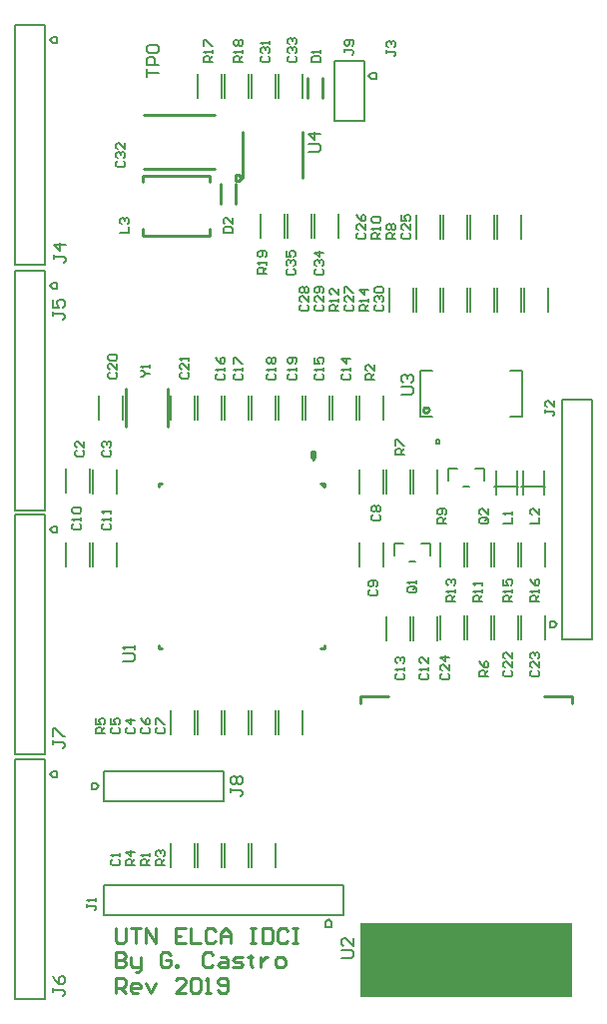
<source format=gto>
G04*
G04 #@! TF.GenerationSoftware,Altium Limited,Altium Designer,19.0.14 (431)*
G04*
G04 Layer_Color=65535*
%FSLAX25Y25*%
%MOIN*%
G70*
G01*
G75*
%ADD10C,0.01000*%
%ADD11C,0.00500*%
%ADD12C,0.00598*%
%ADD13C,0.00787*%
%ADD14C,0.00600*%
%ADD15R,0.70866X0.24803*%
D10*
X145250Y201830D02*
G03*
X145250Y201830I-1000J0D01*
G01*
X110059Y122441D02*
Y123500D01*
X108941Y122441D02*
X110059D01*
X54941D02*
Y123500D01*
Y176441D02*
Y177559D01*
X108941D02*
X110059D01*
X54941D02*
X56000D01*
X54941Y122441D02*
X56000D01*
X110059Y176441D02*
Y177559D01*
X108941D02*
X110059Y176441D01*
X107000Y186500D02*
Y188000D01*
X106500Y185500D02*
X107000Y186500D01*
X106000D02*
X106500Y185500D01*
X106000Y186500D02*
Y188000D01*
X107000D01*
X43850Y196512D02*
Y209110D01*
X57850Y196512D02*
Y209110D01*
X83000Y283161D02*
Y290839D01*
X103000Y279323D02*
Y294677D01*
X83000Y279323D02*
Y283161D01*
Y290839D02*
Y294677D01*
X80500Y280323D02*
X81500D01*
X82500Y279323D01*
X81500Y278323D02*
X82500Y279323D01*
X80500Y278323D02*
X81500D01*
X80500D02*
Y280323D01*
X75480Y270902D02*
Y277437D01*
X80520Y270902D02*
Y277437D01*
X104480Y306232D02*
Y312768D01*
X109520Y306232D02*
Y312768D01*
X49512Y260000D02*
X71953D01*
X49512Y280236D02*
X71953D01*
Y260000D02*
Y262500D01*
X49512Y260000D02*
Y262500D01*
X71953Y278000D02*
Y280236D01*
X49512Y278000D02*
Y280236D01*
X50020Y282500D02*
X73642D01*
X50020Y300500D02*
X73642D01*
X192933Y104032D02*
Y106437D01*
X122067D02*
X122067Y104032D01*
X122067Y106437D02*
X131465D01*
X183465D02*
X192933D01*
X40500Y7500D02*
Y12498D01*
X42999D01*
X43832Y11665D01*
Y9999D01*
X42999Y9166D01*
X40500D01*
X42166D02*
X43832Y7500D01*
X47998D02*
X46331D01*
X45498Y8333D01*
Y9999D01*
X46331Y10832D01*
X47998D01*
X48831Y9999D01*
Y9166D01*
X45498D01*
X50497Y10832D02*
X52163Y7500D01*
X53829Y10832D01*
X63826Y7500D02*
X60493D01*
X63826Y10832D01*
Y11665D01*
X62993Y12498D01*
X61327D01*
X60493Y11665D01*
X65492D02*
X66325Y12498D01*
X67991D01*
X68824Y11665D01*
Y8333D01*
X67991Y7500D01*
X66325D01*
X65492Y8333D01*
Y11665D01*
X70490Y7500D02*
X72156D01*
X71323D01*
Y12498D01*
X70490Y11665D01*
X74656Y8333D02*
X75489Y7500D01*
X77155D01*
X77988Y8333D01*
Y11665D01*
X77155Y12498D01*
X75489D01*
X74656Y11665D01*
Y10832D01*
X75489Y9999D01*
X77988D01*
X40500Y28998D02*
Y24833D01*
X41333Y24000D01*
X42999D01*
X43832Y24833D01*
Y28998D01*
X45498D02*
X48831D01*
X47164D01*
Y24000D01*
X50497D02*
Y28998D01*
X53829Y24000D01*
Y28998D01*
X63826D02*
X60493D01*
Y24000D01*
X63826D01*
X60493Y26499D02*
X62160D01*
X65492Y28998D02*
Y24000D01*
X68824D01*
X73822Y28165D02*
X72989Y28998D01*
X71323D01*
X70490Y28165D01*
Y24833D01*
X71323Y24000D01*
X72989D01*
X73822Y24833D01*
X75489Y24000D02*
Y27332D01*
X77155Y28998D01*
X78821Y27332D01*
Y24000D01*
Y26499D01*
X75489D01*
X85485Y28998D02*
X87151D01*
X86318D01*
Y24000D01*
X85485D01*
X87151D01*
X89651Y28998D02*
Y24000D01*
X92150D01*
X92983Y24833D01*
Y28165D01*
X92150Y28998D01*
X89651D01*
X97981Y28165D02*
X97148Y28998D01*
X95482D01*
X94649Y28165D01*
Y24833D01*
X95482Y24000D01*
X97148D01*
X97981Y24833D01*
X99647Y28998D02*
X101314D01*
X100481D01*
Y24000D01*
X99647D01*
X101314D01*
X40500Y20998D02*
Y16000D01*
X42999D01*
X43832Y16833D01*
Y17666D01*
X42999Y18499D01*
X40500D01*
X42999D01*
X43832Y19332D01*
Y20165D01*
X42999Y20998D01*
X40500D01*
X45498Y19332D02*
Y16833D01*
X46331Y16000D01*
X48831D01*
Y15167D01*
X47998Y14334D01*
X47164D01*
X48831Y16000D02*
Y19332D01*
X58827Y20165D02*
X57994Y20998D01*
X56328D01*
X55495Y20165D01*
Y16833D01*
X56328Y16000D01*
X57994D01*
X58827Y16833D01*
Y18499D01*
X57161D01*
X60493Y16000D02*
Y16833D01*
X61327D01*
Y16000D01*
X60493D01*
X72989Y20165D02*
X72156Y20998D01*
X70490D01*
X69657Y20165D01*
Y16833D01*
X70490Y16000D01*
X72156D01*
X72989Y16833D01*
X75489Y19332D02*
X77155D01*
X77988Y18499D01*
Y16000D01*
X75489D01*
X74656Y16833D01*
X75489Y17666D01*
X77988D01*
X79654Y16000D02*
X82153D01*
X82986Y16833D01*
X82153Y17666D01*
X80487D01*
X79654Y18499D01*
X80487Y19332D01*
X82986D01*
X85485Y20165D02*
Y19332D01*
X84652D01*
X86318D01*
X85485D01*
Y16833D01*
X86318Y16000D01*
X88818Y19332D02*
Y16000D01*
Y17666D01*
X89651Y18499D01*
X90484Y19332D01*
X91317D01*
X94649Y16000D02*
X96315D01*
X97148Y16833D01*
Y18499D01*
X96315Y19332D01*
X94649D01*
X93816Y18499D01*
Y16833D01*
X94649Y16000D01*
D11*
X149000Y125260D02*
Y133260D01*
X157000Y125260D02*
Y133260D01*
X176000Y125260D02*
Y133260D01*
X184000Y125260D02*
Y133260D01*
X167000Y125260D02*
Y133260D01*
X175000Y125260D02*
Y133260D01*
X67000Y198721D02*
Y206720D01*
X59000Y198721D02*
Y206720D01*
X35000Y198721D02*
Y206720D01*
X43000Y198721D02*
Y206720D01*
X95000Y198721D02*
Y206720D01*
X103000Y198721D02*
Y206720D01*
X86000Y198721D02*
Y206720D01*
X94000Y198721D02*
Y206720D01*
X77000Y198721D02*
Y206720D01*
X85000Y198721D02*
Y206720D01*
X68000Y198721D02*
Y206720D01*
X76000Y198721D02*
Y206720D01*
X104000Y198721D02*
Y206720D01*
X112000Y198721D02*
Y206720D01*
X113000Y198721D02*
Y206720D01*
X121000Y198721D02*
Y206720D01*
X131000Y125240D02*
Y133240D01*
X139000Y125240D02*
Y133240D01*
X140000Y125240D02*
Y133240D01*
X148000Y125240D02*
Y133240D01*
X33000Y149721D02*
Y157720D01*
X41000Y149721D02*
Y157720D01*
X24000Y149721D02*
Y157720D01*
X32000Y149721D02*
Y157720D01*
X130000Y149760D02*
Y157760D01*
X122000Y149760D02*
Y157760D01*
Y174240D02*
Y182240D01*
X130000Y174240D02*
Y182240D01*
X102969Y93740D02*
Y101740D01*
X94968Y93740D02*
Y101740D01*
X93968Y93740D02*
Y101740D01*
X85969Y93740D02*
Y101740D01*
X75968Y93740D02*
Y101740D01*
X67968Y93740D02*
Y101740D01*
X84969Y93740D02*
Y101740D01*
X76968Y93740D02*
Y101740D01*
X41000Y174240D02*
Y182240D01*
X33000Y174240D02*
Y182240D01*
X32000Y174260D02*
Y182260D01*
X24000Y174260D02*
Y182260D01*
X59000Y49260D02*
Y57260D01*
X67000Y49260D02*
Y57260D01*
X185000Y234740D02*
Y242740D01*
X177000Y234740D02*
Y242740D01*
X149000Y234740D02*
Y242740D01*
X141000Y234740D02*
Y242740D01*
X140000Y234740D02*
Y242740D01*
X132000Y234740D02*
Y242740D01*
X167000Y234740D02*
Y242740D01*
X159000Y234740D02*
Y242740D01*
X141000Y259240D02*
Y267240D01*
X149000Y259240D02*
Y267240D01*
X168000Y259240D02*
Y267240D01*
X176000Y259240D02*
Y267240D01*
X106000Y259260D02*
Y267260D01*
X98000Y259260D02*
Y267260D01*
X107000Y259260D02*
Y267260D01*
X115000Y259260D02*
Y267260D01*
X95000Y306240D02*
Y314240D01*
X103000Y306240D02*
Y314240D01*
X86000Y306240D02*
Y314240D01*
X94000Y306240D02*
Y314240D01*
X183500Y173902D02*
Y181902D01*
X176500Y173902D02*
Y181902D01*
X174500Y173902D02*
Y181902D01*
X167500Y173902D02*
Y181902D01*
D12*
X158000Y125260D02*
Y133260D01*
X166000Y125260D02*
Y133260D01*
X66969Y93740D02*
Y101740D01*
X58969Y93740D02*
Y101740D01*
X76000Y49260D02*
Y57260D01*
X68000Y49260D02*
Y57260D01*
X94000Y49260D02*
Y57260D01*
X86000Y49260D02*
Y57260D01*
X122000Y198740D02*
Y206740D01*
X130000Y198740D02*
Y206740D01*
X85000Y49260D02*
Y57260D01*
X77000Y49260D02*
Y57260D01*
X176000Y149740D02*
Y157740D01*
X184000Y149740D02*
Y157740D01*
X167000Y149740D02*
Y157740D01*
X175000Y149740D02*
Y157740D01*
X168000Y234740D02*
Y242740D01*
X176000Y234740D02*
Y242740D01*
X149000Y149740D02*
Y157740D01*
X157000Y149740D02*
Y157740D01*
X158000Y234740D02*
Y242740D01*
X150000Y234740D02*
Y242740D01*
X166000Y149740D02*
Y157740D01*
X158000Y149740D02*
Y157740D01*
Y259240D02*
Y267240D01*
X150000Y259240D02*
Y267240D01*
X148000Y174240D02*
Y182240D01*
X140000Y174240D02*
Y182240D01*
X167000Y259240D02*
Y267240D01*
X159000Y259240D02*
Y267240D01*
X139000Y174240D02*
Y182240D01*
X131000Y174240D02*
Y182240D01*
X97000Y259260D02*
Y267260D01*
X89000Y259260D02*
Y267260D01*
X77000Y306240D02*
Y314240D01*
X85000Y306240D02*
Y314240D01*
X76000Y306240D02*
Y314240D01*
X68000Y306240D02*
Y314240D01*
D13*
X163406Y178480D02*
Y182480D01*
X156500Y176480D02*
X158500D01*
X151594Y178480D02*
Y182480D01*
X160453D02*
X163406D01*
X151594D02*
X154547D01*
X145406Y153480D02*
Y157480D01*
X138500Y151480D02*
X140500D01*
X133594Y153480D02*
Y157480D01*
X142453D02*
X145406D01*
X133594D02*
X136547D01*
D14*
X148600Y190830D02*
Y191830D01*
X147600D02*
X148100Y192330D01*
X148600Y191830D01*
Y190830D02*
Y191830D01*
X147600Y190830D02*
X148600D01*
X172300Y214980D02*
X176300D01*
Y199630D02*
Y214980D01*
X172250Y199630D02*
X176300D01*
X142200Y215030D02*
X146250D01*
X142200Y199630D02*
Y215030D01*
Y199630D02*
X146250D01*
X147600Y190830D02*
Y191830D01*
X182500Y176402D02*
X184000D01*
X176000D02*
X184000D01*
X173500D02*
X175000D01*
X167000D02*
X175000D01*
X123500Y298500D02*
Y318500D01*
X113500Y298500D02*
X123500D01*
X113500D02*
Y318500D01*
X123500D01*
X126000Y312500D02*
X127500D01*
X125000Y313500D02*
X126000Y312500D01*
X125000Y313500D02*
X126000Y314500D01*
X127500D01*
Y312500D02*
Y314500D01*
X36500Y81500D02*
X76500D01*
Y71500D02*
Y81500D01*
X36500Y71500D02*
X76500D01*
X36500D02*
Y81500D01*
X32500Y77500D02*
X34000D01*
X35000Y76500D01*
X34000Y75500D02*
X35000Y76500D01*
X32500Y75500D02*
X34000D01*
X32500D02*
Y77500D01*
X17000Y250500D02*
Y330500D01*
X7000Y250500D02*
X17000D01*
X7000D02*
Y330500D01*
X17000D01*
X19500Y324500D02*
X21000D01*
X18500Y325500D02*
X19500Y324500D01*
X18500Y325500D02*
X19500Y326500D01*
X21000D01*
Y324500D02*
Y326500D01*
X17000Y87000D02*
Y167000D01*
X7000Y87000D02*
X17000D01*
X7000D02*
Y167000D01*
X17000D01*
X19500Y161000D02*
X21000D01*
X18500Y162000D02*
X19500Y161000D01*
X18500Y162000D02*
X19500Y163000D01*
X21000D01*
Y161000D02*
Y163000D01*
X17000Y5531D02*
Y85532D01*
X7000Y5531D02*
X17000D01*
X7000D02*
Y85532D01*
X17000D01*
X19500Y79532D02*
X21000D01*
X18500Y80532D02*
X19500Y79532D01*
X18500Y80532D02*
X19500Y81532D01*
X21000D01*
Y79532D02*
Y81532D01*
X17000Y168500D02*
Y248500D01*
X7000Y168500D02*
X17000D01*
X7000D02*
Y248500D01*
X17000D01*
X19500Y242500D02*
X21000D01*
X18500Y243500D02*
X19500Y242500D01*
X18500Y243500D02*
X19500Y244500D01*
X21000D01*
Y242500D02*
Y244500D01*
X185500Y129500D02*
Y131500D01*
Y129500D02*
X187000D01*
X188000Y130500D01*
X187000Y131500D02*
X188000Y130500D01*
X185500Y131500D02*
X187000D01*
X189500Y125500D02*
X199500D01*
Y205500D01*
X189500D02*
X199500D01*
X189500Y125500D02*
Y205500D01*
X36500Y33500D02*
X116500D01*
X36500D02*
Y43500D01*
X116500D01*
Y33500D02*
Y43500D01*
X110500Y29500D02*
Y31000D01*
X111500Y32000D01*
X112500Y31000D01*
Y29500D02*
Y31000D01*
X110500Y29500D02*
X112500D01*
X51001Y313000D02*
Y315666D01*
Y314333D01*
X55000D01*
Y316999D02*
X51001D01*
Y318998D01*
X51668Y319665D01*
X53001D01*
X53667Y318998D01*
Y316999D01*
X51668Y320997D02*
X51001Y321664D01*
Y322997D01*
X51668Y323663D01*
X54334D01*
X55000Y322997D01*
Y321664D01*
X54334Y320997D01*
X51668D01*
X19501Y234666D02*
Y233333D01*
Y233999D01*
X22833D01*
X23500Y233333D01*
Y232666D01*
X22833Y232000D01*
X19501Y238665D02*
Y235999D01*
X21501D01*
X20834Y237332D01*
Y237998D01*
X21501Y238665D01*
X22833D01*
X23500Y237998D01*
Y236665D01*
X22833Y235999D01*
X20001Y253646D02*
Y252313D01*
Y252980D01*
X23334D01*
X24000Y252313D01*
Y251647D01*
X23334Y250980D01*
X24000Y256978D02*
X20001D01*
X22001Y254979D01*
Y257645D01*
X79001Y75666D02*
Y74333D01*
Y74999D01*
X82334D01*
X83000Y74333D01*
Y73666D01*
X82334Y73000D01*
X79668Y76999D02*
X79001Y77665D01*
Y78998D01*
X79668Y79664D01*
X80334D01*
X81001Y78998D01*
X81667Y79664D01*
X82334D01*
X83000Y78998D01*
Y77665D01*
X82334Y76999D01*
X81667D01*
X81001Y77665D01*
X80334Y76999D01*
X79668D01*
X81001Y77665D02*
Y78998D01*
X19501Y91666D02*
Y90333D01*
Y90999D01*
X22833D01*
X23500Y90333D01*
Y89666D01*
X22833Y89000D01*
X19501Y92999D02*
Y95665D01*
X20168D01*
X22833Y92999D01*
X23500D01*
X19501Y9197D02*
Y7864D01*
Y8531D01*
X22833D01*
X23500Y7864D01*
Y7198D01*
X22833Y6532D01*
X19501Y13196D02*
X20168Y11863D01*
X21501Y10530D01*
X22833D01*
X23500Y11197D01*
Y12530D01*
X22833Y13196D01*
X22167D01*
X21501Y12530D01*
Y10530D01*
X43001Y118000D02*
X46334D01*
X47000Y118667D01*
Y119999D01*
X46334Y120666D01*
X43001D01*
X47000Y121999D02*
Y123332D01*
Y122665D01*
X43001D01*
X43668Y121999D01*
X41142Y284999D02*
X40643Y284500D01*
Y283500D01*
X41142Y283000D01*
X43142D01*
X43642Y283500D01*
Y284500D01*
X43142Y284999D01*
X41142Y285999D02*
X40643Y286499D01*
Y287498D01*
X41142Y287998D01*
X41642D01*
X42142Y287498D01*
Y286999D01*
Y287498D01*
X42642Y287998D01*
X43142D01*
X43642Y287498D01*
Y286499D01*
X43142Y285999D01*
X43642Y290997D02*
Y288998D01*
X41642Y290997D01*
X41142D01*
X40643Y290498D01*
Y289498D01*
X41142Y288998D01*
X184001Y201999D02*
Y201000D01*
Y201500D01*
X186500D01*
X187000Y201000D01*
Y200500D01*
X186500Y200000D01*
X187000Y204998D02*
Y202999D01*
X185001Y204998D01*
X184501D01*
X184001Y204499D01*
Y203499D01*
X184501Y202999D01*
X116001Y19000D02*
X119334D01*
X120000Y19667D01*
Y20999D01*
X119334Y21666D01*
X116001D01*
X120000Y25664D02*
Y22999D01*
X117334Y25664D01*
X116668D01*
X116001Y24998D01*
Y23665D01*
X116668Y22999D01*
X49001Y213000D02*
X49501D01*
X50501Y214000D01*
X49501Y214999D01*
X49001D01*
X50501Y214000D02*
X52000D01*
Y215999D02*
Y216999D01*
Y216499D01*
X49001D01*
X49501Y215999D01*
X165000Y113000D02*
X162001D01*
Y114499D01*
X162501Y114999D01*
X163500D01*
X164000Y114499D01*
Y113000D01*
Y114000D02*
X165000Y114999D01*
X162001Y117998D02*
X162501Y116999D01*
X163500Y115999D01*
X164500D01*
X165000Y116499D01*
Y117499D01*
X164500Y117998D01*
X164000D01*
X163500Y117499D01*
Y115999D01*
X149501Y113999D02*
X149001Y113499D01*
Y112500D01*
X149501Y112000D01*
X151500D01*
X152000Y112500D01*
Y113499D01*
X151500Y113999D01*
X152000Y116998D02*
Y114999D01*
X150001Y116998D01*
X149501D01*
X149001Y116499D01*
Y115499D01*
X149501Y114999D01*
X152000Y119498D02*
X149001D01*
X150501Y117998D01*
Y119997D01*
X179501Y114999D02*
X179001Y114499D01*
Y113500D01*
X179501Y113000D01*
X181500D01*
X182000Y113500D01*
Y114499D01*
X181500Y114999D01*
X182000Y117998D02*
Y115999D01*
X180001Y117998D01*
X179501D01*
X179001Y117499D01*
Y116499D01*
X179501Y115999D01*
Y118998D02*
X179001Y119498D01*
Y120498D01*
X179501Y120997D01*
X180001D01*
X180500Y120498D01*
Y119998D01*
Y120498D01*
X181000Y120997D01*
X181500D01*
X182000Y120498D01*
Y119498D01*
X181500Y118998D01*
X170501Y114999D02*
X170001Y114499D01*
Y113500D01*
X170501Y113000D01*
X172500D01*
X173000Y113500D01*
Y114499D01*
X172500Y114999D01*
X173000Y117998D02*
Y115999D01*
X171001Y117998D01*
X170501D01*
X170001Y117499D01*
Y116499D01*
X170501Y115999D01*
X173000Y120997D02*
Y118998D01*
X171001Y120997D01*
X170501D01*
X170001Y120498D01*
Y119498D01*
X170501Y118998D01*
X62501Y214480D02*
X62001Y213980D01*
Y212980D01*
X62501Y212480D01*
X64500D01*
X65000Y212980D01*
Y213980D01*
X64500Y214480D01*
X65000Y217479D02*
Y215479D01*
X63001Y217479D01*
X62501D01*
X62001Y216979D01*
Y215979D01*
X62501Y215479D01*
X65000Y218478D02*
Y219478D01*
Y218978D01*
X62001D01*
X62501Y218478D01*
X38501Y214480D02*
X38001Y213980D01*
Y212980D01*
X38501Y212480D01*
X40500D01*
X41000Y212980D01*
Y213980D01*
X40500Y214480D01*
X41000Y217479D02*
Y215479D01*
X39001Y217479D01*
X38501D01*
X38001Y216979D01*
Y215979D01*
X38501Y215479D01*
Y218478D02*
X38001Y218978D01*
Y219978D01*
X38501Y220478D01*
X40500D01*
X41000Y219978D01*
Y218978D01*
X40500Y218478D01*
X38501D01*
X37000Y94000D02*
X34001D01*
Y95499D01*
X34501Y95999D01*
X35500D01*
X36000Y95499D01*
Y94000D01*
Y95000D02*
X37000Y95999D01*
X34001Y98998D02*
Y96999D01*
X35500D01*
X35001Y97999D01*
Y98499D01*
X35500Y98998D01*
X36500D01*
X37000Y98499D01*
Y97499D01*
X36500Y96999D01*
X47000Y50000D02*
X44001D01*
Y51499D01*
X44501Y51999D01*
X45500D01*
X46000Y51499D01*
Y50000D01*
Y51000D02*
X47000Y51999D01*
Y54499D02*
X44001D01*
X45500Y52999D01*
Y54998D01*
X57000Y50000D02*
X54001D01*
Y51499D01*
X54501Y51999D01*
X55501D01*
X56000Y51499D01*
Y50000D01*
Y51000D02*
X57000Y51999D01*
X54501Y52999D02*
X54001Y53499D01*
Y54499D01*
X54501Y54998D01*
X55001D01*
X55501Y54499D01*
Y53999D01*
Y54499D01*
X56000Y54998D01*
X56500D01*
X57000Y54499D01*
Y53499D01*
X56500Y52999D01*
X127000Y212000D02*
X124001D01*
Y213499D01*
X124501Y213999D01*
X125501D01*
X126000Y213499D01*
Y212000D01*
Y213000D02*
X127000Y213999D01*
Y216998D02*
Y214999D01*
X125001Y216998D01*
X124501D01*
X124001Y216498D01*
Y215499D01*
X124501Y214999D01*
X52000Y50000D02*
X49001D01*
Y51499D01*
X49501Y51999D01*
X50501D01*
X51000Y51499D01*
Y50000D01*
Y51000D02*
X52000Y51999D01*
Y52999D02*
Y53999D01*
Y53499D01*
X49001D01*
X49501Y52999D01*
X98501Y213980D02*
X98001Y213480D01*
Y212480D01*
X98501Y211980D01*
X100500D01*
X101000Y212480D01*
Y213480D01*
X100500Y213980D01*
X101000Y214979D02*
Y215979D01*
Y215479D01*
X98001D01*
X98501Y214979D01*
X100500Y217478D02*
X101000Y217978D01*
Y218978D01*
X100500Y219478D01*
X98501D01*
X98001Y218978D01*
Y217978D01*
X98501Y217478D01*
X99001D01*
X99501Y217978D01*
Y219478D01*
X91501Y213999D02*
X91001Y213499D01*
Y212500D01*
X91501Y212000D01*
X93500D01*
X94000Y212500D01*
Y213499D01*
X93500Y213999D01*
X94000Y214999D02*
Y215999D01*
Y215499D01*
X91001D01*
X91501Y214999D01*
Y217498D02*
X91001Y217998D01*
Y218998D01*
X91501Y219498D01*
X92001D01*
X92501Y218998D01*
X93000Y219498D01*
X93500D01*
X94000Y218998D01*
Y217998D01*
X93500Y217498D01*
X93000D01*
X92501Y217998D01*
X92001Y217498D01*
X91501D01*
X92501Y217998D02*
Y218998D01*
X80501Y213980D02*
X80001Y213480D01*
Y212480D01*
X80501Y211980D01*
X82500D01*
X83000Y212480D01*
Y213480D01*
X82500Y213980D01*
X83000Y214979D02*
Y215979D01*
Y215479D01*
X80001D01*
X80501Y214979D01*
X80001Y217478D02*
Y219478D01*
X80501D01*
X82500Y217478D01*
X83000D01*
X74501Y213999D02*
X74001Y213499D01*
Y212500D01*
X74501Y212000D01*
X76500D01*
X77000Y212500D01*
Y213499D01*
X76500Y213999D01*
X77000Y214999D02*
Y215999D01*
Y215499D01*
X74001D01*
X74501Y214999D01*
X74001Y219498D02*
X74501Y218498D01*
X75501Y217498D01*
X76500D01*
X77000Y217998D01*
Y218998D01*
X76500Y219498D01*
X76000D01*
X75501Y218998D01*
Y217498D01*
X107501Y213980D02*
X107001Y213480D01*
Y212480D01*
X107501Y211980D01*
X109500D01*
X110000Y212480D01*
Y213480D01*
X109500Y213980D01*
X110000Y214979D02*
Y215979D01*
Y215479D01*
X107001D01*
X107501Y214979D01*
X107001Y219478D02*
Y217478D01*
X108501D01*
X108001Y218478D01*
Y218978D01*
X108501Y219478D01*
X109500D01*
X110000Y218978D01*
Y217978D01*
X109500Y217478D01*
X116501Y213980D02*
X116001Y213480D01*
Y212480D01*
X116501Y211980D01*
X118500D01*
X119000Y212480D01*
Y213480D01*
X118500Y213980D01*
X119000Y214979D02*
Y215979D01*
Y215479D01*
X116001D01*
X116501Y214979D01*
X119000Y218978D02*
X116001D01*
X117500Y217478D01*
Y219478D01*
X134501Y113999D02*
X134001Y113499D01*
Y112500D01*
X134501Y112000D01*
X136500D01*
X137000Y112500D01*
Y113499D01*
X136500Y113999D01*
X137000Y114999D02*
Y115999D01*
Y115499D01*
X134001D01*
X134501Y114999D01*
Y117498D02*
X134001Y117998D01*
Y118998D01*
X134501Y119498D01*
X135001D01*
X135501Y118998D01*
Y118498D01*
Y118998D01*
X136000Y119498D01*
X136500D01*
X137000Y118998D01*
Y117998D01*
X136500Y117498D01*
X142501Y113999D02*
X142001Y113499D01*
Y112500D01*
X142501Y112000D01*
X144500D01*
X145000Y112500D01*
Y113499D01*
X144500Y113999D01*
X145000Y114999D02*
Y115999D01*
Y115499D01*
X142001D01*
X142501Y114999D01*
X145000Y119498D02*
Y117498D01*
X143001Y119498D01*
X142501D01*
X142001Y118998D01*
Y117998D01*
X142501Y117498D01*
X36501Y163999D02*
X36001Y163499D01*
Y162500D01*
X36501Y162000D01*
X38500D01*
X39000Y162500D01*
Y163499D01*
X38500Y163999D01*
X39000Y164999D02*
Y165999D01*
Y165499D01*
X36001D01*
X36501Y164999D01*
X39000Y167498D02*
Y168498D01*
Y167998D01*
X36001D01*
X36501Y167498D01*
X26501Y163999D02*
X26001Y163499D01*
Y162500D01*
X26501Y162000D01*
X28500D01*
X29000Y162500D01*
Y163499D01*
X28500Y163999D01*
X29000Y164999D02*
Y165999D01*
Y165499D01*
X26001D01*
X26501Y164999D01*
Y167498D02*
X26001Y167998D01*
Y168998D01*
X26501Y169498D01*
X28500D01*
X29000Y168998D01*
Y167998D01*
X28500Y167498D01*
X26501D01*
X125501Y141999D02*
X125001Y141499D01*
Y140500D01*
X125501Y140000D01*
X127500D01*
X128000Y140500D01*
Y141499D01*
X127500Y141999D01*
Y142999D02*
X128000Y143499D01*
Y144499D01*
X127500Y144998D01*
X125501D01*
X125001Y144499D01*
Y143499D01*
X125501Y142999D01*
X126001D01*
X126500Y143499D01*
Y144998D01*
X126501Y166999D02*
X126001Y166499D01*
Y165500D01*
X126501Y165000D01*
X128500D01*
X129000Y165500D01*
Y166499D01*
X128500Y166999D01*
X126501Y167999D02*
X126001Y168499D01*
Y169499D01*
X126501Y169998D01*
X127001D01*
X127500Y169499D01*
X128000Y169998D01*
X128500D01*
X129000Y169499D01*
Y168499D01*
X128500Y167999D01*
X128000D01*
X127500Y168499D01*
X127001Y167999D01*
X126501D01*
X127500Y168499D02*
Y169499D01*
X54501Y95999D02*
X54001Y95499D01*
Y94500D01*
X54501Y94000D01*
X56500D01*
X57000Y94500D01*
Y95499D01*
X56500Y95999D01*
X54001Y96999D02*
Y98998D01*
X54501D01*
X56500Y96999D01*
X57000D01*
X49501Y95999D02*
X49001Y95499D01*
Y94500D01*
X49501Y94000D01*
X51500D01*
X52000Y94500D01*
Y95499D01*
X51500Y95999D01*
X49001Y98998D02*
X49501Y97999D01*
X50501Y96999D01*
X51500D01*
X52000Y97499D01*
Y98499D01*
X51500Y98998D01*
X51000D01*
X50501Y98499D01*
Y96999D01*
X39501Y95999D02*
X39001Y95499D01*
Y94500D01*
X39501Y94000D01*
X41500D01*
X42000Y94500D01*
Y95499D01*
X41500Y95999D01*
X39001Y98998D02*
Y96999D01*
X40501D01*
X40001Y97999D01*
Y98499D01*
X40501Y98998D01*
X41500D01*
X42000Y98499D01*
Y97499D01*
X41500Y96999D01*
X44501Y95999D02*
X44001Y95499D01*
Y94500D01*
X44501Y94000D01*
X46500D01*
X47000Y94500D01*
Y95499D01*
X46500Y95999D01*
X47000Y98499D02*
X44001D01*
X45500Y96999D01*
Y98998D01*
X36501Y188480D02*
X36001Y187980D01*
Y186980D01*
X36501Y186480D01*
X38500D01*
X39000Y186980D01*
Y187980D01*
X38500Y188480D01*
X36501Y189479D02*
X36001Y189979D01*
Y190979D01*
X36501Y191479D01*
X37001D01*
X37501Y190979D01*
Y190479D01*
Y190979D01*
X38000Y191479D01*
X38500D01*
X39000Y190979D01*
Y189979D01*
X38500Y189479D01*
X27501Y188499D02*
X27001Y187999D01*
Y187000D01*
X27501Y186500D01*
X29500D01*
X30000Y187000D01*
Y187999D01*
X29500Y188499D01*
X30000Y191498D02*
Y189499D01*
X28001Y191498D01*
X27501D01*
X27001Y190999D01*
Y189999D01*
X27501Y189499D01*
X39501Y51999D02*
X39001Y51499D01*
Y50500D01*
X39501Y50000D01*
X41500D01*
X42000Y50500D01*
Y51499D01*
X41500Y51999D01*
X42000Y52999D02*
Y53999D01*
Y53499D01*
X39001D01*
X39501Y52999D01*
X164500Y165999D02*
X162501D01*
X162001Y165499D01*
Y164500D01*
X162501Y164000D01*
X164500D01*
X165000Y164500D01*
Y165499D01*
X164000Y165000D02*
X165000Y165999D01*
Y165499D02*
X164500Y165999D01*
X165000Y168998D02*
Y166999D01*
X163001Y168998D01*
X162501D01*
X162001Y168499D01*
Y167499D01*
X162501Y166999D01*
X140500Y142999D02*
X138501D01*
X138001Y142499D01*
Y141500D01*
X138501Y141000D01*
X140500D01*
X141000Y141500D01*
Y142499D01*
X140000Y142000D02*
X141000Y142999D01*
Y142499D02*
X140500Y142999D01*
X141000Y143999D02*
Y144999D01*
Y144499D01*
X138001D01*
X138501Y143999D01*
X31001Y36999D02*
Y36000D01*
Y36500D01*
X33500D01*
X34000Y36000D01*
Y35500D01*
X33500Y35000D01*
X34000Y37999D02*
Y38999D01*
Y38499D01*
X31001D01*
X31501Y37999D01*
X136001Y207000D02*
X139333D01*
X140000Y207666D01*
Y208999D01*
X139333Y209666D01*
X136001D01*
X136668Y210999D02*
X136001Y211665D01*
Y212998D01*
X136668Y213665D01*
X137334D01*
X138001Y212998D01*
Y212332D01*
Y212998D01*
X138667Y213665D01*
X139333D01*
X140000Y212998D01*
Y211665D01*
X139333Y210999D01*
X182000Y138000D02*
X179001D01*
Y139499D01*
X179501Y139999D01*
X180500D01*
X181000Y139499D01*
Y138000D01*
Y139000D02*
X182000Y139999D01*
Y140999D02*
Y141999D01*
Y141499D01*
X179001D01*
X179501Y140999D01*
X179001Y145498D02*
X179501Y144498D01*
X180500Y143498D01*
X181500D01*
X182000Y143998D01*
Y144998D01*
X181500Y145498D01*
X181000D01*
X180500Y144998D01*
Y143498D01*
X173000Y138000D02*
X170001D01*
Y139499D01*
X170501Y139999D01*
X171501D01*
X172000Y139499D01*
Y138000D01*
Y139000D02*
X173000Y139999D01*
Y140999D02*
Y141999D01*
Y141499D01*
X170001D01*
X170501Y140999D01*
X170001Y145498D02*
Y143498D01*
X171501D01*
X171001Y144498D01*
Y144998D01*
X171501Y145498D01*
X172500D01*
X173000Y144998D01*
Y143998D01*
X172500Y143498D01*
X125000Y235000D02*
X122001D01*
Y236500D01*
X122501Y236999D01*
X123501D01*
X124000Y236500D01*
Y235000D01*
Y236000D02*
X125000Y236999D01*
Y237999D02*
Y238999D01*
Y238499D01*
X122001D01*
X122501Y237999D01*
X125000Y241998D02*
X122001D01*
X123501Y240498D01*
Y242498D01*
X154000Y138000D02*
X151001D01*
Y139499D01*
X151501Y139999D01*
X152500D01*
X153000Y139499D01*
Y138000D01*
Y139000D02*
X154000Y139999D01*
Y140999D02*
Y141999D01*
Y141499D01*
X151001D01*
X151501Y140999D01*
Y143498D02*
X151001Y143998D01*
Y144998D01*
X151501Y145498D01*
X152001D01*
X152500Y144998D01*
Y144498D01*
Y144998D01*
X153000Y145498D01*
X153500D01*
X154000Y144998D01*
Y143998D01*
X153500Y143498D01*
X115000Y235000D02*
X112001D01*
Y236500D01*
X112501Y236999D01*
X113500D01*
X114000Y236500D01*
Y235000D01*
Y236000D02*
X115000Y236999D01*
Y237999D02*
Y238999D01*
Y238499D01*
X112001D01*
X112501Y237999D01*
X115000Y242498D02*
Y240498D01*
X113001Y242498D01*
X112501D01*
X112001Y241998D01*
Y240998D01*
X112501Y240498D01*
X163000Y138000D02*
X160001D01*
Y139499D01*
X160501Y139999D01*
X161501D01*
X162000Y139499D01*
Y138000D01*
Y139000D02*
X163000Y139999D01*
Y140999D02*
Y141999D01*
Y141499D01*
X160001D01*
X160501Y140999D01*
X163000Y143498D02*
Y144498D01*
Y143998D01*
X160001D01*
X160501Y143498D01*
X129000Y259000D02*
X126001D01*
Y260500D01*
X126501Y260999D01*
X127500D01*
X128000Y260500D01*
Y259000D01*
Y260000D02*
X129000Y260999D01*
Y261999D02*
Y262999D01*
Y262499D01*
X126001D01*
X126501Y261999D01*
Y264498D02*
X126001Y264998D01*
Y265998D01*
X126501Y266498D01*
X128500D01*
X129000Y265998D01*
Y264998D01*
X128500Y264498D01*
X126501D01*
X151000Y164000D02*
X148001D01*
Y165499D01*
X148501Y165999D01*
X149501D01*
X150000Y165499D01*
Y164000D01*
Y165000D02*
X151000Y165999D01*
X150500Y166999D02*
X151000Y167499D01*
Y168499D01*
X150500Y168998D01*
X148501D01*
X148001Y168499D01*
Y167499D01*
X148501Y166999D01*
X149001D01*
X149501Y167499D01*
Y168998D01*
X134000Y259000D02*
X131001D01*
Y260500D01*
X131501Y260999D01*
X132501D01*
X133000Y260500D01*
Y259000D01*
Y260000D02*
X134000Y260999D01*
X131501Y261999D02*
X131001Y262499D01*
Y263498D01*
X131501Y263998D01*
X132001D01*
X132501Y263498D01*
X133000Y263998D01*
X133500D01*
X134000Y263498D01*
Y262499D01*
X133500Y261999D01*
X133000D01*
X132501Y262499D01*
X132001Y261999D01*
X131501D01*
X132501Y262499D02*
Y263498D01*
X137000Y187000D02*
X134001D01*
Y188499D01*
X134501Y188999D01*
X135501D01*
X136000Y188499D01*
Y187000D01*
Y188000D02*
X137000Y188999D01*
X134001Y189999D02*
Y191998D01*
X134501D01*
X136500Y189999D01*
X137000D01*
X179001Y164000D02*
X182000D01*
Y165999D01*
Y168998D02*
Y166999D01*
X180001Y168998D01*
X179501D01*
X179001Y168499D01*
Y167499D01*
X179501Y166999D01*
X170001Y164000D02*
X173000D01*
Y165999D01*
Y166999D02*
Y167999D01*
Y167499D01*
X170001D01*
X170501Y166999D01*
X131001Y321999D02*
Y321000D01*
Y321499D01*
X133500D01*
X134000Y321000D01*
Y320500D01*
X133500Y320000D01*
X131501Y322999D02*
X131001Y323499D01*
Y324499D01*
X131501Y324998D01*
X132001D01*
X132501Y324499D01*
Y323999D01*
Y324499D01*
X133000Y324998D01*
X133500D01*
X134000Y324499D01*
Y323499D01*
X133500Y322999D01*
X127501Y236999D02*
X127001Y236500D01*
Y235500D01*
X127501Y235000D01*
X129500D01*
X130000Y235500D01*
Y236500D01*
X129500Y236999D01*
X127501Y237999D02*
X127001Y238499D01*
Y239498D01*
X127501Y239998D01*
X128001D01*
X128500Y239498D01*
Y238999D01*
Y239498D01*
X129000Y239998D01*
X129500D01*
X130000Y239498D01*
Y238499D01*
X129500Y237999D01*
X127501Y240998D02*
X127001Y241498D01*
Y242498D01*
X127501Y242997D01*
X129500D01*
X130000Y242498D01*
Y241498D01*
X129500Y240998D01*
X127501D01*
X107501Y236999D02*
X107001Y236500D01*
Y235500D01*
X107501Y235000D01*
X109500D01*
X110000Y235500D01*
Y236500D01*
X109500Y236999D01*
X110000Y239998D02*
Y237999D01*
X108001Y239998D01*
X107501D01*
X107001Y239498D01*
Y238499D01*
X107501Y237999D01*
X109500Y240998D02*
X110000Y241498D01*
Y242498D01*
X109500Y242997D01*
X107501D01*
X107001Y242498D01*
Y241498D01*
X107501Y240998D01*
X108001D01*
X108501Y241498D01*
Y242997D01*
X102501Y236999D02*
X102001Y236500D01*
Y235500D01*
X102501Y235000D01*
X104500D01*
X105000Y235500D01*
Y236500D01*
X104500Y236999D01*
X105000Y239998D02*
Y237999D01*
X103001Y239998D01*
X102501D01*
X102001Y239498D01*
Y238499D01*
X102501Y237999D01*
Y240998D02*
X102001Y241498D01*
Y242498D01*
X102501Y242997D01*
X103001D01*
X103500Y242498D01*
X104000Y242997D01*
X104500D01*
X105000Y242498D01*
Y241498D01*
X104500Y240998D01*
X104000D01*
X103500Y241498D01*
X103001Y240998D01*
X102501D01*
X103500Y241498D02*
Y242498D01*
X117501Y236999D02*
X117001Y236500D01*
Y235500D01*
X117501Y235000D01*
X119500D01*
X120000Y235500D01*
Y236500D01*
X119500Y236999D01*
X120000Y239998D02*
Y237999D01*
X118001Y239998D01*
X117501D01*
X117001Y239498D01*
Y238499D01*
X117501Y237999D01*
X117001Y240998D02*
Y242997D01*
X117501D01*
X119500Y240998D01*
X120000D01*
X121501Y260999D02*
X121001Y260500D01*
Y259500D01*
X121501Y259000D01*
X123500D01*
X124000Y259500D01*
Y260500D01*
X123500Y260999D01*
X124000Y263998D02*
Y261999D01*
X122001Y263998D01*
X121501D01*
X121001Y263498D01*
Y262499D01*
X121501Y261999D01*
X121001Y266997D02*
X121501Y265998D01*
X122501Y264998D01*
X123500D01*
X124000Y265498D01*
Y266498D01*
X123500Y266997D01*
X123000D01*
X122501Y266498D01*
Y264998D01*
X136501Y260999D02*
X136001Y260500D01*
Y259500D01*
X136501Y259000D01*
X138500D01*
X139000Y259500D01*
Y260500D01*
X138500Y260999D01*
X139000Y263998D02*
Y261999D01*
X137001Y263998D01*
X136501D01*
X136001Y263498D01*
Y262499D01*
X136501Y261999D01*
X136001Y266997D02*
Y264998D01*
X137501D01*
X137001Y265998D01*
Y266498D01*
X137501Y266997D01*
X138500D01*
X139000Y266498D01*
Y265498D01*
X138500Y264998D01*
X76501Y261000D02*
X79500D01*
Y262499D01*
X79000Y262999D01*
X77001D01*
X76501Y262499D01*
Y261000D01*
X79500Y265998D02*
Y263999D01*
X77501Y265998D01*
X77001D01*
X76501Y265498D01*
Y264499D01*
X77001Y263999D01*
X105001Y288000D02*
X108334D01*
X109000Y288666D01*
Y289999D01*
X108334Y290666D01*
X105001D01*
X109000Y293998D02*
X105001D01*
X107001Y291999D01*
Y294665D01*
X90980Y247500D02*
X87981D01*
Y249000D01*
X88481Y249499D01*
X89481D01*
X89980Y249000D01*
Y247500D01*
Y248500D02*
X90980Y249499D01*
Y250499D02*
Y251499D01*
Y250999D01*
X87981D01*
X88481Y250499D01*
X90480Y252998D02*
X90980Y253498D01*
Y254498D01*
X90480Y254998D01*
X88481D01*
X87981Y254498D01*
Y253498D01*
X88481Y252998D01*
X88981D01*
X89481Y253498D01*
Y254998D01*
X83000Y318000D02*
X80001D01*
Y319499D01*
X80501Y319999D01*
X81501D01*
X82000Y319499D01*
Y318000D01*
Y319000D02*
X83000Y319999D01*
Y320999D02*
Y321999D01*
Y321499D01*
X80001D01*
X80501Y320999D01*
Y323498D02*
X80001Y323998D01*
Y324998D01*
X80501Y325498D01*
X81001D01*
X81501Y324998D01*
X82000Y325498D01*
X82500D01*
X83000Y324998D01*
Y323998D01*
X82500Y323498D01*
X82000D01*
X81501Y323998D01*
X81001Y323498D01*
X80501D01*
X81501Y323998D02*
Y324998D01*
X73000Y318000D02*
X70001D01*
Y319499D01*
X70501Y319999D01*
X71500D01*
X72000Y319499D01*
Y318000D01*
Y319000D02*
X73000Y319999D01*
Y320999D02*
Y321999D01*
Y321499D01*
X70001D01*
X70501Y320999D01*
X70001Y323498D02*
Y325498D01*
X70501D01*
X72500Y323498D01*
X73000D01*
X42001Y261000D02*
X45000D01*
Y262999D01*
X42501Y263999D02*
X42001Y264499D01*
Y265498D01*
X42501Y265998D01*
X43001D01*
X43501Y265498D01*
Y264999D01*
Y265498D01*
X44000Y265998D01*
X44500D01*
X45000Y265498D01*
Y264499D01*
X44500Y263999D01*
X117001Y322499D02*
Y321500D01*
Y322000D01*
X119500D01*
X120000Y321500D01*
Y321000D01*
X119500Y320500D01*
Y323499D02*
X120000Y323999D01*
Y324998D01*
X119500Y325498D01*
X117501D01*
X117001Y324998D01*
Y323999D01*
X117501Y323499D01*
X118001D01*
X118500Y323999D01*
Y325498D01*
X106001Y318000D02*
X109000D01*
Y319499D01*
X108500Y319999D01*
X106501D01*
X106001Y319499D01*
Y318000D01*
X109000Y320999D02*
Y321999D01*
Y321499D01*
X106001D01*
X106501Y320999D01*
X98001Y248999D02*
X97501Y248499D01*
Y247500D01*
X98001Y247000D01*
X100000D01*
X100500Y247500D01*
Y248499D01*
X100000Y248999D01*
X98001Y249999D02*
X97501Y250499D01*
Y251499D01*
X98001Y251998D01*
X98501D01*
X99001Y251499D01*
Y250999D01*
Y251499D01*
X99500Y251998D01*
X100000D01*
X100500Y251499D01*
Y250499D01*
X100000Y249999D01*
X97501Y254997D02*
Y252998D01*
X99001D01*
X98501Y253998D01*
Y254498D01*
X99001Y254997D01*
X100000D01*
X100500Y254498D01*
Y253498D01*
X100000Y252998D01*
X107501Y248999D02*
X107001Y248499D01*
Y247500D01*
X107501Y247000D01*
X109500D01*
X110000Y247500D01*
Y248499D01*
X109500Y248999D01*
X107501Y249999D02*
X107001Y250499D01*
Y251499D01*
X107501Y251998D01*
X108001D01*
X108501Y251499D01*
Y250999D01*
Y251499D01*
X109000Y251998D01*
X109500D01*
X110000Y251499D01*
Y250499D01*
X109500Y249999D01*
X110000Y254498D02*
X107001D01*
X108501Y252998D01*
Y254997D01*
X98501Y319999D02*
X98001Y319499D01*
Y318500D01*
X98501Y318000D01*
X100500D01*
X101000Y318500D01*
Y319499D01*
X100500Y319999D01*
X98501Y320999D02*
X98001Y321499D01*
Y322498D01*
X98501Y322998D01*
X99001D01*
X99501Y322498D01*
Y321999D01*
Y322498D01*
X100000Y322998D01*
X100500D01*
X101000Y322498D01*
Y321499D01*
X100500Y320999D01*
X98501Y323998D02*
X98001Y324498D01*
Y325498D01*
X98501Y325997D01*
X99001D01*
X99501Y325498D01*
Y324998D01*
Y325498D01*
X100000Y325997D01*
X100500D01*
X101000Y325498D01*
Y324498D01*
X100500Y323998D01*
X89501Y319999D02*
X89001Y319499D01*
Y318500D01*
X89501Y318000D01*
X91500D01*
X92000Y318500D01*
Y319499D01*
X91500Y319999D01*
X89501Y320999D02*
X89001Y321499D01*
Y322498D01*
X89501Y322998D01*
X90001D01*
X90500Y322498D01*
Y321999D01*
Y322498D01*
X91000Y322998D01*
X91500D01*
X92000Y322498D01*
Y321499D01*
X91500Y320999D01*
X92000Y323998D02*
Y324998D01*
Y324498D01*
X89001D01*
X89501Y323998D01*
D15*
X157500Y18445D02*
D03*
M02*

</source>
